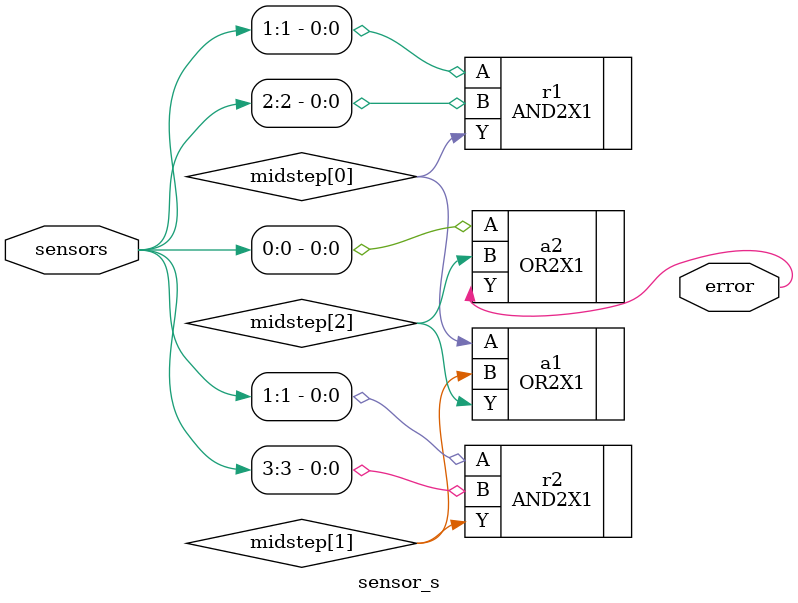
<source format=sv>
module sensor_s
(
	input wire [3:0] sensors,
	output wire error
);
	wire midstep [2:0];
	AND2X1 r1(.A(sensors[1]), .B(sensors[2]), .Y(midstep[0]));
	AND2X1 r2(.A(sensors[1]), .B(sensors[3]), .Y(midstep[1]));
	OR2X1 a1(.A(midstep[0]), .B(midstep[1]), .Y(midstep[2]));
	OR2X1 a2(.A(sensors[0]), .B(midstep[2]), .Y(error));
endmodule

</source>
